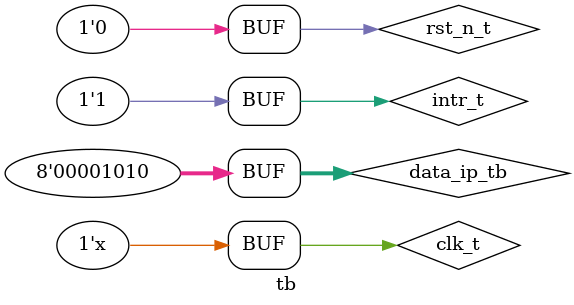
<source format=v>
`timescale 1ns / 1ns

module tb(
    );
    reg clk_t, intr_t, rst_n_t;
    reg [7:0] data_ip_tb;
    wire [7:0] adc_data_conv_tb;
    wire cs_n_t, wr_n_t, rd_n_t, adc_clk_tb;
    
    always #5 clk_t = ~clk_t;
    initial begin
        data_ip_tb = 8'b0000_1010;
        clk_t = 0;
        rst_n_t = 1;
        intr_t = 1;
        #10
         rst_n_t = 0;
        #100000
        intr_t = 0;
        #10500
        intr_t = 1;
    end
    ADC uut1(clk_t, intr_t, rst_n_t, data_ip_tb, cs_n_t, rd_n_t, wr_n_t, adc_clk_tb, adc_data_conv_tb);
endmodule
</source>
